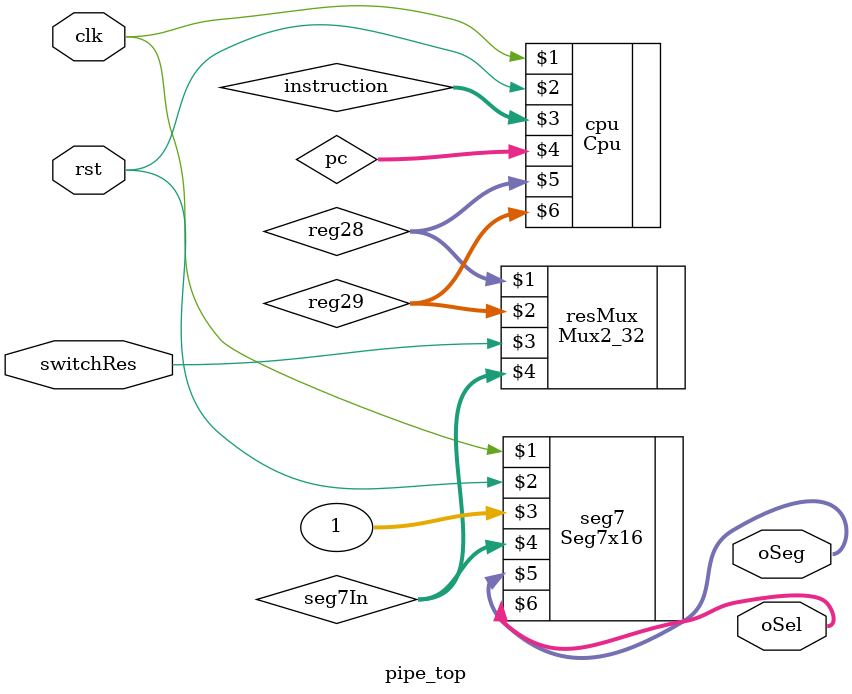
<source format=v>

`timescale 1ns / 1ps

module pipe_top(
    input clk,
    input rst,
    input switchRes,
    output [7:0] oSeg,
    output [7:0] oSel
    );

    reg [30:0] count;
    reg clk1s;

    wire [31:0] instruction;
    wire [31:0] pc;
    wire [31:0] reg28;
    wire [31:0] reg29;
    wire [31:0] seg7In;

    always @ (posedge clk or posedge rst) 
    begin
        if(rst) begin
            clk1s <= 0;
            count <= 0;
        end else if(count == 99999) begin
            count <= 0;
            clk1s <= ~clk1s;
        end else
            count <= count + 1;
    end

    Cpu cpu(clk, rst, instruction, pc, reg28, reg29);
    Mux2_32 resMux(reg28, reg29, switchRes, seg7In);
    Seg7x16 seg7(clk, rst, 1, seg7In, oSeg, oSel);

endmodule

</source>
